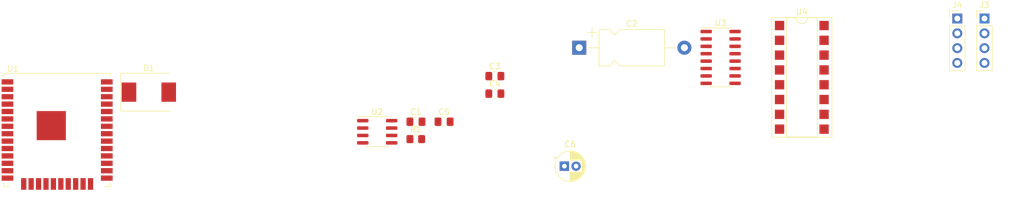
<source format=kicad_pcb>
(kicad_pcb (version 20240108) (generator "pcbnew") (generator_version "8.0")
  (layers (0 "F.Cu" signal) (31 "B.Cu" signal) (34 "B.Paste" user) (35 "F.Paste" user) (36 "B.SilkS" user "B.Silkscreen") (37 "F.SilkS" user "F.Silkscreen") (38 "B.Mask" user) (39 "F.Mask" user) (44 "Edge.Cuts" user))
  (net 0 "")
  (net 3 "Net-(U1-Pad1)")
  (footprint "Capacitor_THT:CP_Axial_L11.0mm_D6.0mm_P18.00mm_Horizontal" (layer "F.Cu") (at 203.2 66.04)
    (property "Reference" "C2" (at 9 -4.12 0) (layer "F.SilkS"))
    (property "Value" "C_Polarized")
    (fp_line (start 1.28 -2.6) (end 3.08 -2.6) (stroke (width 0.12)) (layer "F.SilkS"))
    (fp_line (start 1.44 0) (end 3.38 0) (stroke (width 0.12)) (layer "F.SilkS"))
    (fp_line (start 2.18 -3.5) (end 2.18 -1.7) (stroke (width 0.12)) (layer "F.SilkS"))
    (fp_line (start 3.38 -3.12) (end 3.38 3.12) (stroke (width 0.12)) (layer "F.SilkS"))
    (fp_line (start 3.38 -3.12) (end 5.18 -3.12) (stroke (width 0.12)) (layer "F.SilkS"))
    (fp_line (start 3.38 3.12) (end 5.18 3.12) (stroke (width 0.12)) (layer "F.SilkS"))
    (fp_line (start 5.18 -3.12) (end 6.08 -2.22) (stroke (width 0.12)) (layer "F.SilkS"))
    (fp_line (start 5.18 3.12) (end 6.08 2.22) (stroke (width 0.12)) (layer "F.SilkS"))
    (fp_line (start 6.08 -2.22) (end 6.98 -3.12) (stroke (width 0.12)) (layer "F.SilkS"))
    (fp_line (start 6.08 2.22) (end 6.98 3.12) (stroke (width 0.12)) (layer "F.SilkS"))
    (fp_line (start 6.98 -3.12) (end 14.62 -3.12) (stroke (width 0.12)) (layer "F.SilkS"))
    (fp_line (start 6.98 3.12) (end 14.62 3.12) (stroke (width 0.12)) (layer "F.SilkS"))
    (fp_line (start 14.62 -3.12) (end 14.62 3.12) (stroke (width 0.12)) (layer "F.SilkS"))
    (fp_line (start 16.56 0) (end 14.62 0) (stroke (width 0.12)) (layer "F.SilkS"))
    (pad "1" thru_hole rect (at 0 0) (size 2.4 2.4) (drill 1.2) (layers "*.Cu" "*.Mask"))
    (pad "2" thru_hole oval (at 18 0) (size 2.4 2.4) (drill 1.2) (layers "*.Cu" "*.Mask"))
  )
  (footprint "Capacitor_SMD:C_0805_2012Metric_Pad1.18x1.45mm_HandSolder" (layer "F.Cu") (at 175.26 78.74)
    (property "Reference" "C1" (at 0 -1.68 0) (layer "F.SilkS"))
    (property "Value" "C")
    (fp_line (start -0.261252 -0.735) (end 0.261252 -0.735) (stroke (width 0.12)) (layer "F.SilkS"))
    (fp_line (start -0.261252 0.735) (end 0.261252 0.735) (stroke (width 0.12)) (layer "F.SilkS"))
    (pad "1" smd roundrect (at -1.0375 0) (size 1.175 1.45) (layers "F.Cu" "F.Paste" "F.Mask") (roundrect_rratio 0.212766))
    (pad "2" smd roundrect (at 1.0375 0) (size 1.175 1.45) (layers "F.Cu" "F.Paste" "F.Mask") (roundrect_rratio 0.212766))
  )
  (footprint "Package_DIP:DIP-16_W7.62mm_SMDSocket_SmallPads" (layer "F.Cu") (at 241.3 71.12)
    (property "Reference" "U4" (at 0 -11.22 0) (layer "F.SilkS"))
    (property "Value" "L293")
    (fp_line (start -5.14 -10.28) (end -5.14 10.28) (stroke (width 0.12)) (layer "F.SilkS"))
    (fp_line (start -5.14 10.28) (end 5.14 10.28) (stroke (width 0.12)) (layer "F.SilkS"))
    (fp_line (start -2.65 -10.22) (end -2.65 10.22) (stroke (width 0.12)) (layer "F.SilkS"))
    (fp_line (start -2.65 10.22) (end 2.65 10.22) (stroke (width 0.12)) (layer "F.SilkS"))
    (fp_line (start -1 -10.22) (end -2.65 -10.22) (stroke (width 0.12)) (layer "F.SilkS"))
    (fp_line (start 2.65 -10.22) (end 1 -10.22) (stroke (width 0.12)) (layer "F.SilkS"))
    (fp_line (start 2.65 10.22) (end 2.65 -10.22) (stroke (width 0.12)) (layer "F.SilkS"))
    (fp_line (start 5.14 -10.28) (end -5.14 -10.28) (stroke (width 0.12)) (layer "F.SilkS"))
    (fp_line (start 5.14 10.28) (end 5.14 -10.28) (stroke (width 0.12)) (layer "F.SilkS"))
    (fp_arc (start 1 -10.22) (mid 0 -9.22) (end -1 -10.22) (stroke (width 0.12)) (layer "F.SilkS"))
    (pad "1" smd rect (at -3.81 -8.89) (size 1.6 1.6) (layers "F.Cu" "F.Paste" "F.Mask"))
    (pad "2" smd rect (at -3.81 -6.35) (size 1.6 1.6) (layers "F.Cu" "F.Paste" "F.Mask"))
    (pad "3" smd rect (at -3.81 -3.81) (size 1.6 1.6) (layers "F.Cu" "F.Paste" "F.Mask"))
    (pad "4" smd rect (at -3.81 -1.27) (size 1.6 1.6) (layers "F.Cu" "F.Paste" "F.Mask"))
    (pad "5" smd rect (at -3.81 1.27) (size 1.6 1.6) (layers "F.Cu" "F.Paste" "F.Mask"))
    (pad "6" smd rect (at -3.81 3.81) (size 1.6 1.6) (layers "F.Cu" "F.Paste" "F.Mask"))
    (pad "7" smd rect (at -3.81 6.35) (size 1.6 1.6) (layers "F.Cu" "F.Paste" "F.Mask"))
    (pad "8" smd rect (at -3.81 8.89) (size 1.6 1.6) (layers "F.Cu" "F.Paste" "F.Mask"))
    (pad "9" smd rect (at 3.81 8.89) (size 1.6 1.6) (layers "F.Cu" "F.Paste" "F.Mask"))
    (pad "10" smd rect (at 3.81 6.35) (size 1.6 1.6) (layers "F.Cu" "F.Paste" "F.Mask"))
    (pad "11" smd rect (at 3.81 3.81) (size 1.6 1.6) (layers "F.Cu" "F.Paste" "F.Mask"))
    (pad "12" smd rect (at 3.81 1.27) (size 1.6 1.6) (layers "F.Cu" "F.Paste" "F.Mask"))
    (pad "13" smd rect (at 3.81 -1.27) (size 1.6 1.6) (layers "F.Cu" "F.Paste" "F.Mask"))
    (pad "14" smd rect (at 3.81 -3.81) (size 1.6 1.6) (layers "F.Cu" "F.Paste" "F.Mask"))
    (pad "15" smd rect (at 3.81 -6.35) (size 1.6 1.6) (layers "F.Cu" "F.Paste" "F.Mask"))
    (pad "16" smd rect (at 3.81 -8.89) (size 1.6 1.6) (layers "F.Cu" "F.Paste" "F.Mask"))
  )
  (footprint "RF_Module:ESP32-WROOM-32U" (layer "F.Cu") (at 113.84 80.16)
    (property "Reference" "U1" (at -7.58 -10.5 180) (layer "F.SilkS"))
    (property "Value" "ESP32-WROOM-32U")
    (fp_line (start -9.12 -9.72) (end -9.12 -9.3) (stroke (width 0.12)) (layer "F.SilkS"))
    (fp_line (start -9.12 -9.72) (end 9.12 -9.72) (stroke (width 0.12)) (layer "F.SilkS"))
    (fp_line (start -9.12 -9.3) (end -9.5 -9.3) (stroke (width 0.12)) (layer "F.SilkS"))
    (fp_line (start -9.12 9.1) (end -9.12 9.72) (stroke (width 0.12)) (layer "F.SilkS"))
    (fp_line (start -9.12 9.72) (end -8.12 9.72) (stroke (width 0.12)) (layer "F.SilkS"))
    (fp_line (start 9.12 -9.72) (end 9.12 -9.3) (stroke (width 0.12)) (layer "F.SilkS"))
    (fp_line (start 9.12 9.1) (end 9.12 9.72) (stroke (width 0.12)) (layer "F.SilkS"))
    (fp_line (start 9.12 9.72) (end 8.12 9.72) (stroke (width 0.12)) (layer "F.SilkS"))
    (pad "1" smd rect (at -8.5 -8.255) (size 2 0.9) (layers "F.Cu" "F.Paste" "F.Mask") (net 3 "Net-(U1-Pad1)"))
    (pad "2" smd rect (at -8.5 -6.985) (size 2 0.9) (layers "F.Cu" "F.Paste" "F.Mask"))
    (pad "3" smd rect (at -8.5 -5.715) (size 2 0.9) (layers "F.Cu" "F.Paste" "F.Mask"))
    (pad "4" smd rect (at -8.5 -4.445) (size 2 0.9) (layers "F.Cu" "F.Paste" "F.Mask"))
    (pad "5" smd rect (at -8.5 -3.175) (size 2 0.9) (layers "F.Cu" "F.Paste" "F.Mask"))
    (pad "6" smd rect (at -8.5 -1.905) (size 2 0.9) (layers "F.Cu" "F.Paste" "F.Mask"))
    (pad "7" smd rect (at -8.5 -0.635) (size 2 0.9) (layers "F.Cu" "F.Paste" "F.Mask"))
    (pad "8" smd rect (at -8.5 0.635) (size 2 0.9) (layers "F.Cu" "F.Paste" "F.Mask"))
    (pad "9" smd rect (at -8.5 1.905) (size 2 0.9) (layers "F.Cu" "F.Paste" "F.Mask"))
    (pad "10" smd rect (at -8.5 3.175) (size 2 0.9) (layers "F.Cu" "F.Paste" "F.Mask"))
    (pad "11" smd rect (at -8.5 4.445) (size 2 0.9) (layers "F.Cu" "F.Paste" "F.Mask"))
    (pad "12" smd rect (at -8.5 5.715) (size 2 0.9) (layers "F.Cu" "F.Paste" "F.Mask"))
    (pad "13" smd rect (at -8.5 6.985) (size 2 0.9) (layers "F.Cu" "F.Paste" "F.Mask"))
    (pad "14" smd rect (at -8.5 8.255) (size 2 0.9) (layers "F.Cu" "F.Paste" "F.Mask"))
    (pad "15" smd rect (at -5.715 9.255 270) (size 2 0.9) (layers "F.Cu" "F.Paste" "F.Mask") (net 3 "Net-(U1-Pad1)"))
    (pad "16" smd rect (at -4.445 9.255 90) (size 2 0.9) (layers "F.Cu" "F.Paste" "F.Mask"))
    (pad "17" smd rect (at -3.175 9.255 90) (size 2 0.9) (layers "F.Cu" "F.Paste" "F.Mask"))
    (pad "18" smd rect (at -1.905 9.255 90) (size 2 0.9) (layers "F.Cu" "F.Paste" "F.Mask"))
    (pad "19" smd rect (at -0.635 9.255 90) (size 2 0.9) (layers "F.Cu" "F.Paste" "F.Mask"))
    (pad "20" smd rect (at 0.635 9.255 90) (size 2 0.9) (layers "F.Cu" "F.Paste" "F.Mask"))
    (pad "21" smd rect (at 1.905 9.255 90) (size 2 0.9) (layers "F.Cu" "F.Paste" "F.Mask"))
    (pad "22" smd rect (at 3.175 9.255 90) (size 2 0.9) (layers "F.Cu" "F.Paste" "F.Mask"))
    (pad "23" smd rect (at 4.445 9.255 90) (size 2 0.9) (layers "F.Cu" "F.Paste" "F.Mask"))
    (pad "24" smd rect (at 5.715 9.255 90) (size 2 0.9) (layers "F.Cu" "F.Paste" "F.Mask"))
    (pad "25" smd rect (at 8.5 8.255) (size 2 0.9) (layers "F.Cu" "F.Paste" "F.Mask"))
    (pad "26" smd rect (at 8.5 6.985) (size 2 0.9) (layers "F.Cu" "F.Paste" "F.Mask"))
    (pad "27" smd rect (at 8.5 5.715) (size 2 0.9) (layers "F.Cu" "F.Paste" "F.Mask"))
    (pad "28" smd rect (at 8.5 4.445) (size 2 0.9) (layers "F.Cu" "F.Paste" "F.Mask"))
    (pad "29" smd rect (at 8.5 3.175) (size 2 0.9) (layers "F.Cu" "F.Paste" "F.Mask"))
    (pad "30" smd rect (at 8.5 1.905) (size 2 0.9) (layers "F.Cu" "F.Paste" "F.Mask"))
    (pad "31" smd rect (at 8.5 0.635) (size 2 0.9) (layers "F.Cu" "F.Paste" "F.Mask"))
    (pad "32" smd rect (at 8.5 -0.635) (size 2 0.9) (layers "F.Cu" "F.Paste" "F.Mask"))
    (pad "33" smd rect (at 8.5 -1.905) (size 2 0.9) (layers "F.Cu" "F.Paste" "F.Mask"))
    (pad "34" smd rect (at 8.5 -3.175) (size 2 0.9) (layers "F.Cu" "F.Paste" "F.Mask"))
    (pad "35" smd rect (at 8.5 -4.445) (size 2 0.9) (layers "F.Cu" "F.Paste" "F.Mask"))
    (pad "36" smd rect (at 8.5 -5.715) (size 2 0.9) (layers "F.Cu" "F.Paste" "F.Mask"))
    (pad "37" smd rect (at 8.5 -6.985) (size 2 0.9) (layers "F.Cu" "F.Paste" "F.Mask"))
    (pad "38" smd rect (at 8.5 -8.255) (size 2 0.9) (layers "F.Cu" "F.Paste" "F.Mask") (net 3 "Net-(U1-Pad1)"))
    (pad "39" smd rect (at -1 -0.755) (size 5 5) (layers "F.Cu" "F.Paste" "F.Mask") (net 3 "Net-(U1-Pad1)"))
  )
  (footprint "Capacitor_THT:CP_Radial_D5.0mm_P2.00mm" (layer "F.Cu") (at 200.66 86.36)
    (property "Reference" "C6" (at 1 -3.75 0) (layer "F.SilkS"))
    (property "Value" "C_Polarized")
    (fp_line (start -1.804775 -1.475) (end -1.304775 -1.475) (stroke (width 0.12)) (layer "F.SilkS"))
    (fp_line (start -1.554775 -1.725) (end -1.554775 -1.225) (stroke (width 0.12)) (layer "F.SilkS"))
    (fp_line (start 1 -2.58) (end 1 -1.04) (stroke (width 0.12)) (layer "F.SilkS"))
    (fp_line (start 1 1.04) (end 1 2.58) (stroke (width 0.12)) (layer "F.SilkS"))
    (fp_line (start 1.04 -2.58) (end 1.04 -1.04) (stroke (width 0.12)) (layer "F.SilkS"))
    (fp_line (start 1.04 1.04) (end 1.04 2.58) (stroke (width 0.12)) (layer "F.SilkS"))
    (fp_line (start 1.08 -2.579) (end 1.08 -1.04) (stroke (width 0.12)) (layer "F.SilkS"))
    (fp_line (start 1.08 1.04) (end 1.08 2.579) (stroke (width 0.12)) (layer "F.SilkS"))
    (fp_line (start 1.12 -2.578) (end 1.12 -1.04) (stroke (width 0.12)) (layer "F.SilkS"))
    (fp_line (start 1.12 1.04) (end 1.12 2.578) (stroke (width 0.12)) (layer "F.SilkS"))
    (fp_line (start 1.16 -2.576) (end 1.16 -1.04) (stroke (width 0.12)) (layer "F.SilkS"))
    (fp_line (start 1.16 1.04) (end 1.16 2.576) (stroke (width 0.12)) (layer "F.SilkS"))
    (fp_line (start 1.2 -2.573) (end 1.2 -1.04) (stroke (width 0.12)) (layer "F.SilkS"))
    (fp_line (start 1.2 1.04) (end 1.2 2.573) (stroke (width 0.12)) (layer "F.SilkS"))
    (fp_line (start 1.24 -2.569) (end 1.24 -1.04) (stroke (width 0.12)) (layer "F.SilkS"))
    (fp_line (start 1.24 1.04) (end 1.24 2.569) (stroke (width 0.12)) (layer "F.SilkS"))
    (fp_line (start 1.28 -2.565) (end 1.28 -1.04) (stroke (width 0.12)) (layer "F.SilkS"))
    (fp_line (start 1.28 1.04) (end 1.28 2.565) (stroke (width 0.12)) (layer "F.SilkS"))
    (fp_line (start 1.32 -2.561) (end 1.32 -1.04) (stroke (width 0.12)) (layer "F.SilkS"))
    (fp_line (start 1.32 1.04) (end 1.32 2.561) (stroke (width 0.12)) (layer "F.SilkS"))
    (fp_line (start 1.36 -2.556) (end 1.36 -1.04) (stroke (width 0.12)) (layer "F.SilkS"))
    (fp_line (start 1.36 1.04) (end 1.36 2.556) (stroke (width 0.12)) (layer "F.SilkS"))
    (fp_line (start 1.4 -2.55) (end 1.4 -1.04) (stroke (width 0.12)) (layer "F.SilkS"))
    (fp_line (start 1.4 1.04) (end 1.4 2.55) (stroke (width 0.12)) (layer "F.SilkS"))
    (fp_line (start 1.44 -2.543) (end 1.44 -1.04) (stroke (width 0.12)) (layer "F.SilkS"))
    (fp_line (start 1.44 1.04) (end 1.44 2.543) (stroke (width 0.12)) (layer "F.SilkS"))
    (fp_line (start 1.48 -2.536) (end 1.48 -1.04) (stroke (width 0.12)) (layer "F.SilkS"))
    (fp_line (start 1.48 1.04) (end 1.48 2.536) (stroke (width 0.12)) (layer "F.SilkS"))
    (fp_line (start 1.52 -2.528) (end 1.52 -1.04) (stroke (width 0.12)) (layer "F.SilkS"))
    (fp_line (start 1.52 1.04) (end 1.52 2.528) (stroke (width 0.12)) (layer "F.SilkS"))
    (fp_line (start 1.56 -2.52) (end 1.56 -1.04) (stroke (width 0.12)) (layer "F.SilkS"))
    (fp_line (start 1.56 1.04) (end 1.56 2.52) (stroke (width 0.12)) (layer "F.SilkS"))
    (fp_line (start 1.6 -2.511) (end 1.6 -1.04) (stroke (width 0.12)) (layer "F.SilkS"))
    (fp_line (start 1.6 1.04) (end 1.6 2.511) (stroke (width 0.12)) (layer "F.SilkS"))
    (fp_line (start 1.64 -2.501) (end 1.64 -1.04) (stroke (width 0.12)) (layer "F.SilkS"))
    (fp_line (start 1.64 1.04) (end 1.64 2.501) (stroke (width 0.12)) (layer "F.SilkS"))
    (fp_line (start 1.68 -2.491) (end 1.68 -1.04) (stroke (width 0.12)) (layer "F.SilkS"))
    (fp_line (start 1.68 1.04) (end 1.68 2.491) (stroke (width 0.12)) (layer "F.SilkS"))
    (fp_line (start 1.721 -2.48) (end 1.721 -1.04) (stroke (width 0.12)) (layer "F.SilkS"))
    (fp_line (start 1.721 1.04) (end 1.721 2.48) (stroke (width 0.12)) (layer "F.SilkS"))
    (fp_line (start 1.761 -2.468) (end 1.761 -1.04) (stroke (width 0.12)) (layer "F.SilkS"))
    (fp_line (start 1.761 1.04) (end 1.761 2.468) (stroke (width 0.12)) (layer "F.SilkS"))
    (fp_line (start 1.801 -2.455) (end 1.801 -1.04) (stroke (width 0.12)) (layer "F.SilkS"))
    (fp_line (start 1.801 1.04) (end 1.801 2.455) (stroke (width 0.12)) (layer "F.SilkS"))
    (fp_line (start 1.841 -2.442) (end 1.841 -1.04) (stroke (width 0.12)) (layer "F.SilkS"))
    (fp_line (start 1.841 1.04) (end 1.841 2.442) (stroke (width 0.12)) (layer "F.SilkS"))
    (fp_line (start 1.881 -2.428) (end 1.881 -1.04) (stroke (width 0.12)) (layer "F.SilkS"))
    (fp_line (start 1.881 1.04) (end 1.881 2.428) (stroke (width 0.12)) (layer "F.SilkS"))
    (fp_line (start 1.921 -2.414) (end 1.921 -1.04) (stroke (width 0.12)) (layer "F.SilkS"))
    (fp_line (start 1.921 1.04) (end 1.921 2.414) (stroke (width 0.12)) (layer "F.SilkS"))
    (fp_line (start 1.961 -2.398) (end 1.961 -1.04) (stroke (width 0.12)) (layer "F.SilkS"))
    (fp_line (start 1.961 1.04) (end 1.961 2.398) (stroke (width 0.12)) (layer "F.SilkS"))
    (fp_line (start 2.001 -2.382) (end 2.001 -1.04) (stroke (width 0.12)) (layer "F.SilkS"))
    (fp_line (start 2.001 1.04) (end 2.001 2.382) (stroke (width 0.12)) (layer "F.SilkS"))
    (fp_line (start 2.041 -2.365) (end 2.041 -1.04) (stroke (width 0.12)) (layer "F.SilkS"))
    (fp_line (start 2.041 1.04) (end 2.041 2.365) (stroke (width 0.12)) (layer "F.SilkS"))
    (fp_line (start 2.081 -2.348) (end 2.081 -1.04) (stroke (width 0.12)) (layer "F.SilkS"))
    (fp_line (start 2.081 1.04) (end 2.081 2.348) (stroke (width 0.12)) (layer "F.SilkS"))
    (fp_line (start 2.121 -2.329) (end 2.121 -1.04) (stroke (width 0.12)) (layer "F.SilkS"))
    (fp_line (start 2.121 1.04) (end 2.121 2.329) (stroke (width 0.12)) (layer "F.SilkS"))
    (fp_line (start 2.161 -2.31) (end 2.161 -1.04) (stroke (width 0.12)) (layer "F.SilkS"))
    (fp_line (start 2.161 1.04) (end 2.161 2.31) (stroke (width 0.12)) (layer "F.SilkS"))
    (fp_line (start 2.201 -2.29) (end 2.201 -1.04) (stroke (width 0.12)) (layer "F.SilkS"))
    (fp_line (start 2.201 1.04) (end 2.201 2.29) (stroke (width 0.12)) (layer "F.SilkS"))
    (fp_line (start 2.241 -2.268) (end 2.241 -1.04) (stroke (width 0.12)) (layer "F.SilkS"))
    (fp_line (start 2.241 1.04) (end 2.241 2.268) (stroke (width 0.12)) (layer "F.SilkS"))
    (fp_line (start 2.281 -2.247) (end 2.281 -1.04) (stroke (width 0.12)) (layer "F.SilkS"))
    (fp_line (start 2.281 1.04) (end 2.281 2.247) (stroke (width 0.12)) (layer "F.SilkS"))
    (fp_line (start 2.321 -2.224) (end 2.321 -1.04) (stroke (width 0.12)) (layer "F.SilkS"))
    (fp_line (start 2.321 1.04) (end 2.321 2.224) (stroke (width 0.12)) (layer "F.SilkS"))
    (fp_line (start 2.361 -2.2) (end 2.361 -1.04) (stroke (width 0.12)) (layer "F.SilkS"))
    (fp_line (start 2.361 1.04) (end 2.361 2.2) (stroke (width 0.12)) (layer "F.SilkS"))
    (fp_line (start 2.401 -2.175) (end 2.401 -1.04) (stroke (width 0.12)) (layer "F.SilkS"))
    (fp_line (start 2.401 1.04) (end 2.401 2.175) (stroke (width 0.12)) (layer "F.SilkS"))
    (fp_line (start 2.441 -2.149) (end 2.441 -1.04) (stroke (width 0.12)) (layer "F.SilkS"))
    (fp_line (start 2.441 1.04) (end 2.441 2.149) (stroke (width 0.12)) (layer "F.SilkS"))
    (fp_line (start 2.481 -2.122) (end 2.481 -1.04) (stroke (width 0.12)) (layer "F.SilkS"))
    (fp_line (start 2.481 1.04) (end 2.481 2.122) (stroke (width 0.12)) (layer "F.SilkS"))
    (fp_line (start 2.521 -2.095) (end 2.521 -1.04) (stroke (width 0.12)) (layer "F.SilkS"))
    (fp_line (start 2.521 1.04) (end 2.521 2.095) (stroke (width 0.12)) (layer "F.SilkS"))
    (fp_line (start 2.561 -2.065) (end 2.561 -1.04) (stroke (width 0.12)) (layer "F.SilkS"))
    (fp_line (start 2.561 1.04) (end 2.561 2.065) (stroke (width 0.12)) (layer "F.SilkS"))
    (fp_line (start 2.601 -2.035) (end 2.601 -1.04) (stroke (width 0.12)) (layer "F.SilkS"))
    (fp_line (start 2.601 1.04) (end 2.601 2.035) (stroke (width 0.12)) (layer "F.SilkS"))
    (fp_line (start 2.641 -2.004) (end 2.641 -1.04) (stroke (width 0.12)) (layer "F.SilkS"))
    (fp_line (start 2.641 1.04) (end 2.641 2.004) (stroke (width 0.12)) (layer "F.SilkS"))
    (fp_line (start 2.681 -1.971) (end 2.681 -1.04) (stroke (width 0.12)) (layer "F.SilkS"))
    (fp_line (start 2.681 1.04) (end 2.681 1.971) (stroke (width 0.12)) (layer "F.SilkS"))
    (fp_line (start 2.721 -1.937) (end 2.721 -1.04) (stroke (width 0.12)) (layer "F.SilkS"))
    (fp_line (start 2.721 1.04) (end 2.721 1.937) (stroke (width 0.12)) (layer "F.SilkS"))
    (fp_line (start 2.761 -1.901) (end 2.761 -1.04) (stroke (width 0.12)) (layer "F.SilkS"))
    (fp_line (start 2.761 1.04) (end 2.761 1.901) (stroke (width 0.12)) (layer "F.SilkS"))
    (fp_line (start 2.801 -1.864) (end 2.801 -1.04) (stroke (width 0.12)) (layer "F.SilkS"))
    (fp_line (start 2.801 1.04) (end 2.801 1.864) (stroke (width 0.12)) (layer "F.SilkS"))
    (fp_line (start 2.841 -1.826) (end 2.841 -1.04) (stroke (width 0.12)) (layer "F.SilkS"))
    (fp_line (start 2.841 1.04) (end 2.841 1.826) (stroke (width 0.12)) (layer "F.SilkS"))
    (fp_line (start 2.881 -1.785) (end 2.881 -1.04) (stroke (width 0.12)) (layer "F.SilkS"))
    (fp_line (start 2.881 1.04) (end 2.881 1.785) (stroke (width 0.12)) (layer "F.SilkS"))
    (fp_line (start 2.921 -1.743) (end 2.921 -1.04) (stroke (width 0.12)) (layer "F.SilkS"))
    (fp_line (start 2.921 1.04) (end 2.921 1.743) (stroke (width 0.12)) (layer "F.SilkS"))
    (fp_line (start 2.961 -1.699) (end 2.961 -1.04) (stroke (width 0.12)) (layer "F.SilkS"))
    (fp_line (start 2.961 1.04) (end 2.961 1.699) (stroke (width 0.12)) (layer "F.SilkS"))
    (fp_line (start 3.001 -1.653) (end 3.001 -1.04) (stroke (width 0.12)) (layer "F.SilkS"))
    (fp_line (start 3.001 1.04) (end 3.001 1.653) (stroke (width 0.12)) (layer "F.SilkS"))
    (fp_line (start 3.041 -1.605) (end 3.041 1.605) (stroke (width 0.12)) (layer "F.SilkS"))
    (fp_line (start 3.081 -1.554) (end 3.081 1.554) (stroke (width 0.12)) (layer "F.SilkS"))
    (fp_line (start 3.121 -1.5) (end 3.121 1.5) (stroke (width 0.12)) (layer "F.SilkS"))
    (fp_line (start 3.161 -1.443) (end 3.161 1.443) (stroke (width 0.12)) (layer "F.SilkS"))
    (fp_line (start 3.201 -1.383) (end 3.201 1.383) (stroke (width 0.12)) (layer "F.SilkS"))
    (fp_line (start 3.241 -1.319) (end 3.241 1.319) (stroke (width 0.12)) (layer "F.SilkS"))
    (fp_line (start 3.281 -1.251) (end 3.281 1.251) (stroke (width 0.12)) (layer "F.SilkS"))
    (fp_line (start 3.321 -1.178) (end 3.321 1.178) (stroke (width 0.12)) (layer "F.SilkS"))
    (fp_line (start 3.361 -1.098) (end 3.361 1.098) (stroke (width 0.12)) (layer "F.SilkS"))
    (fp_line (start 3.401 -1.011) (end 3.401 1.011) (stroke (width 0.12)) (layer "F.SilkS"))
    (fp_line (start 3.441 -0.915) (end 3.441 0.915) (stroke (width 0.12)) (layer "F.SilkS"))
    (fp_line (start 3.481 -0.805) (end 3.481 0.805) (stroke (width 0.12)) (layer "F.SilkS"))
    (fp_line (start 3.521 -0.677) (end 3.521 0.677) (stroke (width 0.12)) (layer "F.SilkS"))
    (fp_line (start 3.561 -0.518) (end 3.561 0.518) (stroke (width 0.12)) (layer "F.SilkS"))
    (fp_line (start 3.601 -0.284) (end 3.601 0.284) (stroke (width 0.12)) (layer "F.SilkS"))
    (fp_circle (center 1 0) (end 3.62 0) (stroke (width 0.12)) (fill none) (layer "F.SilkS"))
    (pad "1" thru_hole rect (at 0 0) (size 1.6 1.6) (drill 0.8) (layers "*.Cu" "*.Mask"))
    (pad "2" thru_hole circle (at 2 0) (size 1.6 1.6) (drill 0.8) (layers "*.Cu" "*.Mask"))
  )
  (footprint "Diode_SMD:D_SMC" (layer "F.Cu") (at 129.54 73.66)
    (property "Reference" "D1" (at 0 -4.1 0) (layer "F.SilkS"))
    (property "Value" "B340")
    (fp_line (start -4.8 -3.25) (end 3.6 -3.25) (stroke (width 0.12)) (layer "F.SilkS"))
    (fp_line (start -4.8 3.25) (end -4.8 -3.25) (stroke (width 0.12)) (layer "F.SilkS"))
    (fp_line (start -4.8 3.25) (end 3.6 3.25) (stroke (width 0.12)) (layer "F.SilkS"))
    (pad "1" smd rect (at -3.4 0 90) (size 3.3 2.5) (layers "F.Cu" "F.Paste" "F.Mask"))
    (pad "2" smd rect (at 3.4 0 90) (size 3.3 2.5) (layers "F.Cu" "F.Paste" "F.Mask"))
  )
  (footprint "Connector_PinHeader_2.54mm:PinHeader_1x04_P2.54mm_Vertical" (layer "F.Cu") (at 267.91 61.03)
    (property "Reference" "J4" (at 0 -2.33 0) (layer "F.SilkS"))
    (property "Value" "Conn_01x04_Male")
    (fp_line (start -1.33 -1.33) (end 0 -1.33) (stroke (width 0.12)) (layer "F.SilkS"))
    (fp_line (start -1.33 0) (end -1.33 -1.33) (stroke (width 0.12)) (layer "F.SilkS"))
    (fp_line (start -1.33 1.27) (end -1.33 8.95) (stroke (width 0.12)) (layer "F.SilkS"))
    (fp_line (start -1.33 1.27) (end 1.33 1.27) (stroke (width 0.12)) (layer "F.SilkS"))
    (fp_line (start -1.33 8.95) (end 1.33 8.95) (stroke (width 0.12)) (layer "F.SilkS"))
    (fp_line (start 1.33 1.27) (end 1.33 8.95) (stroke (width 0.12)) (layer "F.SilkS"))
    (pad "1" thru_hole rect (at 0 0) (size 1.7 1.7) (drill 1) (layers "*.Cu" "*.Mask"))
    (pad "2" thru_hole oval (at 0 2.54) (size 1.7 1.7) (drill 1) (layers "*.Cu" "*.Mask"))
    (pad "3" thru_hole oval (at 0 5.08) (size 1.7 1.7) (drill 1) (layers "*.Cu" "*.Mask"))
    (pad "4" thru_hole oval (at 0 7.62) (size 1.7 1.7) (drill 1) (layers "*.Cu" "*.Mask"))
  )
  (footprint "Package_SO:SOIC-16_3.9x9.9mm_P1.27mm" (layer "F.Cu") (at 227.4 67.705)
    (property "Reference" "U3" (at 0 -5.9 0) (layer "F.SilkS"))
    (property "Value" "4504")
    (fp_line (start 0 -5.06) (end -3.45 -5.06) (stroke (width 0.12)) (layer "F.SilkS"))
    (fp_line (start 0 -5.06) (end 1.95 -5.06) (stroke (width 0.12)) (layer "F.SilkS"))
    (fp_line (start 0 5.06) (end -1.95 5.06) (stroke (width 0.12)) (layer "F.SilkS"))
    (fp_line (start 0 5.06) (end 1.95 5.06) (stroke (width 0.12)) (layer "F.SilkS"))
    (pad "1" smd roundrect (at -2.475 -4.445) (size 1.95 0.6) (layers "F.Cu" "F.Paste" "F.Mask"))
    (pad "2" smd roundrect (at -2.475 -3.175) (size 1.95 0.6) (layers "F.Cu" "F.Paste" "F.Mask"))
    (pad "3" smd roundrect (at -2.475 -1.905) (size 1.95 0.6) (layers "F.Cu" "F.Paste" "F.Mask"))
    (pad "4" smd roundrect (at -2.475 -0.635) (size 1.95 0.6) (layers "F.Cu" "F.Paste" "F.Mask"))
    (pad "5" smd roundrect (at -2.475 0.635) (size 1.95 0.6) (layers "F.Cu" "F.Paste" "F.Mask"))
    (pad "6" smd roundrect (at -2.475 1.905) (size 1.95 0.6) (layers "F.Cu" "F.Paste" "F.Mask"))
    (pad "7" smd roundrect (at -2.475 3.175) (size 1.95 0.6) (layers "F.Cu" "F.Paste" "F.Mask"))
    (pad "8" smd roundrect (at -2.475 4.445) (size 1.95 0.6) (layers "F.Cu" "F.Paste" "F.Mask"))
    (pad "9" smd roundrect (at 2.475 4.445) (size 1.95 0.6) (layers "F.Cu" "F.Paste" "F.Mask"))
    (pad "10" smd roundrect (at 2.475 3.175) (size 1.95 0.6) (layers "F.Cu" "F.Paste" "F.Mask"))
    (pad "11" smd roundrect (at 2.475 1.905) (size 1.95 0.6) (layers "F.Cu" "F.Paste" "F.Mask"))
    (pad "12" smd roundrect (at 2.475 0.635) (size 1.95 0.6) (layers "F.Cu" "F.Paste" "F.Mask"))
    (pad "13" smd roundrect (at 2.475 -0.635) (size 1.95 0.6) (layers "F.Cu" "F.Paste" "F.Mask"))
    (pad "14" smd roundrect (at 2.475 -1.905) (size 1.95 0.6) (layers "F.Cu" "F.Paste" "F.Mask"))
    (pad "15" smd roundrect (at 2.475 -3.175) (size 1.95 0.6) (layers "F.Cu" "F.Paste" "F.Mask"))
    (pad "16" smd roundrect (at 2.475 -4.445) (size 1.95 0.6) (layers "F.Cu" "F.Paste" "F.Mask"))
  )
  (footprint "Connector_PinHeader_2.54mm:PinHeader_1x04_P2.54mm_Vertical" (layer "F.Cu") (at 272.56 61.03)
    (property "Reference" "J3" (at 0 -2.33 0) (layer "F.SilkS"))
    (property "Value" "Conn_01x04_Male")
    (fp_line (start -1.33 -1.33) (end 0 -1.33) (stroke (width 0.12)) (layer "F.SilkS"))
    (fp_line (start -1.33 0) (end -1.33 -1.33) (stroke (width 0.12)) (layer "F.SilkS"))
    (fp_line (start -1.33 1.27) (end -1.33 8.95) (stroke (width 0.12)) (layer "F.SilkS"))
    (fp_line (start -1.33 1.27) (end 1.33 1.27) (stroke (width 0.12)) (layer "F.SilkS"))
    (fp_line (start -1.33 8.95) (end 1.33 8.95) (stroke (width 0.12)) (layer "F.SilkS"))
    (fp_line (start 1.33 1.27) (end 1.33 8.95) (stroke (width 0.12)) (layer "F.SilkS"))
    (pad "1" thru_hole rect (at 0 0) (size 1.7 1.7) (drill 1) (layers "*.Cu" "*.Mask"))
    (pad "2" thru_hole oval (at 0 2.54) (size 1.7 1.7) (drill 1) (layers "*.Cu" "*.Mask"))
    (pad "3" thru_hole oval (at 0 5.08) (size 1.7 1.7) (drill 1) (layers "*.Cu" "*.Mask"))
    (pad "4" thru_hole oval (at 0 7.62) (size 1.7 1.7) (drill 1) (layers "*.Cu" "*.Mask"))
  )
  (footprint "Capacitor_SMD:C_0805_2012Metric_Pad1.18x1.45mm_HandSolder" (layer "F.Cu") (at 180.07 78.74)
    (property "Reference" "C5" (at 0 -1.68 0) (layer "F.SilkS"))
    (property "Value" "C")
    (fp_line (start -0.261252 -0.735) (end 0.261252 -0.735) (stroke (width 0.12)) (layer "F.SilkS"))
    (fp_line (start -0.261252 0.735) (end 0.261252 0.735) (stroke (width 0.12)) (layer "F.SilkS"))
    (pad "1" smd roundrect (at -1.0375 0) (size 1.175 1.45) (layers "F.Cu" "F.Paste" "F.Mask") (roundrect_rratio 0.212766))
    (pad "2" smd roundrect (at 1.0375 0) (size 1.175 1.45) (layers "F.Cu" "F.Paste" "F.Mask") (roundrect_rratio 0.212766))
  )
  (footprint "Resistor_SMD:R_0805_2012Metric_Pad1.20x1.40mm_HandSolder" (layer "F.Cu") (at 175.23 81.72)
    (property "Reference" "R1" (at 0 -1.65 0) (layer "F.SilkS"))
    (property "Value" "R")
    (fp_line (start -0.227064 -0.735) (end 0.227064 -0.735) (stroke (width 0.12)) (layer "F.SilkS"))
    (fp_line (start -0.227064 0.735) (end 0.227064 0.735) (stroke (width 0.12)) (layer "F.SilkS"))
    (pad "1" smd roundrect (at -1 0) (size 1.2 1.4) (layers "F.Cu" "F.Paste" "F.Mask") (roundrect_rratio 0.208333))
    (pad "2" smd roundrect (at 1 0) (size 1.2 1.4) (layers "F.Cu" "F.Paste" "F.Mask") (roundrect_rratio 0.208333))
  )
  (footprint "Capacitor_SMD:C_0805_2012Metric_Pad1.18x1.45mm_HandSolder" (layer "F.Cu") (at 188.76 73.92)
    (property "Reference" "C4" (at 0 -1.68 0) (layer "F.SilkS"))
    (property "Value" "C")
    (fp_line (start -0.261252 -0.735) (end 0.261252 -0.735) (stroke (width 0.12)) (layer "F.SilkS"))
    (fp_line (start -0.261252 0.735) (end 0.261252 0.735) (stroke (width 0.12)) (layer "F.SilkS"))
    (pad "1" smd roundrect (at -1.0375 0) (size 1.175 1.45) (layers "F.Cu" "F.Paste" "F.Mask") (roundrect_rratio 0.212766))
    (pad "2" smd roundrect (at 1.0375 0) (size 1.175 1.45) (layers "F.Cu" "F.Paste" "F.Mask") (roundrect_rratio 0.212766))
  )
  (footprint "Capacitor_SMD:C_0805_2012Metric_Pad1.18x1.45mm_HandSolder" (layer "F.Cu") (at 188.76 70.91)
    (property "Reference" "C3" (at 0 -1.68 0) (layer "F.SilkS"))
    (property "Value" "C")
    (fp_line (start -0.261252 -0.735) (end 0.261252 -0.735) (stroke (width 0.12)) (layer "F.SilkS"))
    (fp_line (start -0.261252 0.735) (end 0.261252 0.735) (stroke (width 0.12)) (layer "F.SilkS"))
    (pad "1" smd roundrect (at -1.0375 0) (size 1.175 1.45) (layers "F.Cu" "F.Paste" "F.Mask") (roundrect_rratio 0.212766))
    (pad "2" smd roundrect (at 1.0375 0) (size 1.175 1.45) (layers "F.Cu" "F.Paste" "F.Mask") (roundrect_rratio 0.212766))
  )
  (footprint "Package_SO:SOIC-8_3.9x4.9mm_P1.27mm" (layer "F.Cu") (at 168.63 80.46)
    (property "Reference" "U2" (at 0 -3.4 0) (layer "F.SilkS"))
    (property "Value" "LP2987-3.3_SOIC8_VSSOP8")
    (fp_line (start 0 -2.56) (end -3.45 -2.56) (stroke (width 0.12)) (layer "F.SilkS"))
    (fp_line (start 0 -2.56) (end 1.95 -2.56) (stroke (width 0.12)) (layer "F.SilkS"))
    (fp_line (start 0 2.56) (end -1.95 2.56) (stroke (width 0.12)) (layer "F.SilkS"))
    (fp_line (start 0 2.56) (end 1.95 2.56) (stroke (width 0.12)) (layer "F.SilkS"))
    (pad "1" smd roundrect (at -2.475 -1.905) (size 1.95 0.6) (layers "F.Cu" "F.Paste" "F.Mask"))
    (pad "2" smd roundrect (at -2.475 -0.635) (size 1.95 0.6) (layers "F.Cu" "F.Paste" "F.Mask"))
    (pad "3" smd roundrect (at -2.475 0.635) (size 1.95 0.6) (layers "F.Cu" "F.Paste" "F.Mask"))
    (pad "4" smd roundrect (at -2.475 1.905) (size 1.95 0.6) (layers "F.Cu" "F.Paste" "F.Mask"))
    (pad "5" smd roundrect (at 2.475 1.905) (size 1.95 0.6) (layers "F.Cu" "F.Paste" "F.Mask"))
    (pad "6" smd roundrect (at 2.475 0.635) (size 1.95 0.6) (layers "F.Cu" "F.Paste" "F.Mask"))
    (pad "7" smd roundrect (at 2.475 -0.635) (size 1.95 0.6) (layers "F.Cu" "F.Paste" "F.Mask"))
    (pad "8" smd roundrect (at 2.475 -1.905) (size 1.95 0.6) (layers "F.Cu" "F.Paste" "F.Mask"))
  )
)
</source>
